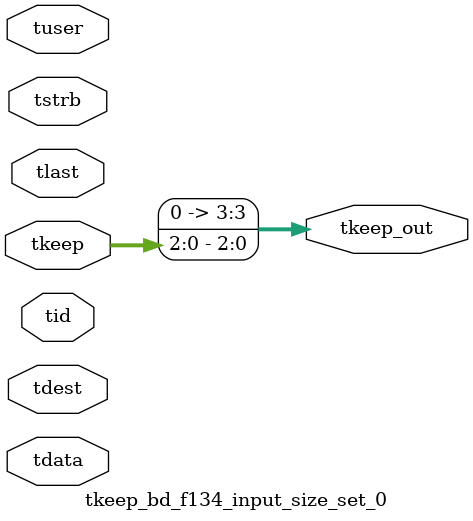
<source format=v>


`timescale 1ps/1ps

module tkeep_bd_f134_input_size_set_0 #
(
parameter C_S_AXIS_TDATA_WIDTH = 32,
parameter C_S_AXIS_TUSER_WIDTH = 0,
parameter C_S_AXIS_TID_WIDTH   = 0,
parameter C_S_AXIS_TDEST_WIDTH = 0,
parameter C_M_AXIS_TDATA_WIDTH = 32
)
(
input  [(C_S_AXIS_TDATA_WIDTH == 0 ? 1 : C_S_AXIS_TDATA_WIDTH)-1:0     ] tdata,
input  [(C_S_AXIS_TUSER_WIDTH == 0 ? 1 : C_S_AXIS_TUSER_WIDTH)-1:0     ] tuser,
input  [(C_S_AXIS_TID_WIDTH   == 0 ? 1 : C_S_AXIS_TID_WIDTH)-1:0       ] tid,
input  [(C_S_AXIS_TDEST_WIDTH == 0 ? 1 : C_S_AXIS_TDEST_WIDTH)-1:0     ] tdest,
input  [(C_S_AXIS_TDATA_WIDTH/8)-1:0 ] tkeep,
input  [(C_S_AXIS_TDATA_WIDTH/8)-1:0 ] tstrb,
input                                                                    tlast,
output [(C_M_AXIS_TDATA_WIDTH/8)-1:0 ] tkeep_out
);

assign tkeep_out = {tkeep[2:0]};

endmodule


</source>
